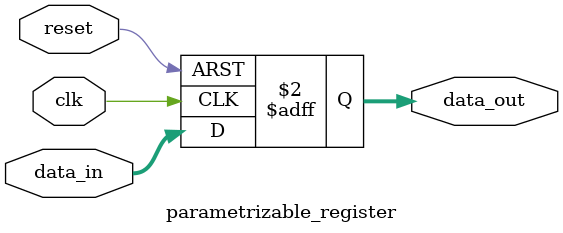
<source format=v>
module parametrizable_register #(parameter WIDTH = 8) 
						(input clk, reset, input [WIDTH-1:0] data_in, output reg [WIDTH-1:0] data_out);

    always @(posedge clk or posedge reset) begin
        if (reset)
            data_out = 'b0;
        else
            data_out = data_in;
    end

endmodule

</source>
